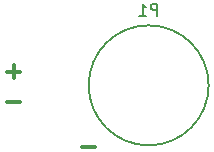
<source format=gbr>
G04 #@! TF.FileFunction,Legend,Bot*
%FSLAX46Y46*%
G04 Gerber Fmt 4.6, Leading zero omitted, Abs format (unit mm)*
G04 Created by KiCad (PCBNEW 4.0.0-rc1-stable) date 10/17/2015 6:04:29 PM*
%MOMM*%
G01*
G04 APERTURE LIST*
%ADD10C,0.100000*%
%ADD11C,0.300000*%
%ADD12C,0.150000*%
G04 APERTURE END LIST*
D10*
D11*
X141668572Y-135997143D02*
X142811429Y-135997143D01*
X135318572Y-129647143D02*
X136461429Y-129647143D01*
X135890000Y-130218571D02*
X135890000Y-129075714D01*
X135318572Y-132187143D02*
X136461429Y-132187143D01*
D12*
X152400000Y-130810000D02*
G75*
G03X152400000Y-130810000I-5080000J0D01*
G01*
X148058095Y-124912381D02*
X148058095Y-123912381D01*
X147677142Y-123912381D01*
X147581904Y-123960000D01*
X147534285Y-124007619D01*
X147486666Y-124102857D01*
X147486666Y-124245714D01*
X147534285Y-124340952D01*
X147581904Y-124388571D01*
X147677142Y-124436190D01*
X148058095Y-124436190D01*
X146534285Y-124912381D02*
X147105714Y-124912381D01*
X146820000Y-124912381D02*
X146820000Y-123912381D01*
X146915238Y-124055238D01*
X147010476Y-124150476D01*
X147105714Y-124198095D01*
M02*

</source>
